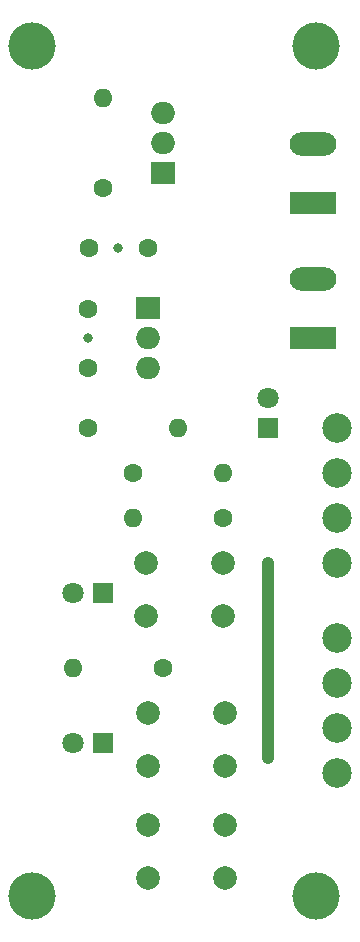
<source format=gbr>
G04 #@! TF.GenerationSoftware,KiCad,Pcbnew,5.1.5+dfsg1-2build2*
G04 #@! TF.CreationDate,2021-03-07T11:34:37+01:00*
G04 #@! TF.ProjectId,miteThru,6d697465-5468-4727-952e-6b696361645f,rev?*
G04 #@! TF.SameCoordinates,Original*
G04 #@! TF.FileFunction,Copper,L1,Top*
G04 #@! TF.FilePolarity,Positive*
%FSLAX46Y46*%
G04 Gerber Fmt 4.6, Leading zero omitted, Abs format (unit mm)*
G04 Created by KiCad (PCBNEW 5.1.5+dfsg1-2build2) date 2021-03-07 11:34:37*
%MOMM*%
%LPD*%
G04 APERTURE LIST*
%ADD10R,3.960000X1.980000*%
%ADD11O,3.960000X1.980000*%
%ADD12O,2.000000X1.905000*%
%ADD13R,2.000000X1.905000*%
%ADD14C,1.600000*%
%ADD15R,1.800000X1.800000*%
%ADD16C,1.800000*%
%ADD17O,1.600000X1.600000*%
%ADD18C,2.500000*%
%ADD19C,2.000000*%
%ADD20C,4.000000*%
%ADD21C,0.800000*%
%ADD22C,1.000000*%
G04 APERTURE END LIST*
D10*
X224790000Y-78740000D03*
D11*
X224790000Y-73740000D03*
D12*
X210820000Y-81280000D03*
X210820000Y-78740000D03*
D13*
X210820000Y-76200000D03*
D14*
X205740000Y-76280000D03*
X205740000Y-81280000D03*
X210820000Y-71120000D03*
X205820000Y-71120000D03*
D15*
X221000000Y-86360000D03*
D16*
X221000000Y-83820000D03*
X204470000Y-113030000D03*
D15*
X207010000Y-113030000D03*
X207010000Y-100330000D03*
D16*
X204470000Y-100330000D03*
D11*
X224790000Y-62310000D03*
D10*
X224790000Y-67310000D03*
D13*
X212090000Y-64770000D03*
D12*
X212090000Y-62230000D03*
X212090000Y-59690000D03*
D14*
X207010000Y-66040000D03*
D17*
X207010000Y-58420000D03*
X217170000Y-90170000D03*
D14*
X209550000Y-90170000D03*
X205740000Y-86360000D03*
D17*
X213360000Y-86360000D03*
D14*
X212090000Y-106680000D03*
D17*
X204470000Y-106680000D03*
X209550000Y-93980000D03*
D14*
X217170000Y-93980000D03*
D18*
X226790000Y-107950000D03*
X226790000Y-111760000D03*
X226790000Y-115570000D03*
X226790000Y-90170000D03*
X226790000Y-86360000D03*
X226790000Y-104140000D03*
X226790000Y-97790000D03*
X226790000Y-93980000D03*
D19*
X210820000Y-114990000D03*
X210820000Y-110490000D03*
X217320000Y-114990000D03*
X217320000Y-110490000D03*
X217170000Y-97790000D03*
X217170000Y-102290000D03*
X210670000Y-97790000D03*
X210670000Y-102290000D03*
X210820000Y-124500000D03*
X210820000Y-120000000D03*
X217320000Y-124500000D03*
X217320000Y-120000000D03*
D20*
X201000000Y-54000000D03*
X225000000Y-54000000D03*
X225000000Y-126000000D03*
X201000000Y-126000000D03*
D21*
X208280000Y-71120000D03*
X205740000Y-78740000D03*
X220980000Y-97790000D03*
X220980000Y-114300000D03*
D22*
X220980000Y-114300000D02*
X220980000Y-97790000D01*
M02*

</source>
